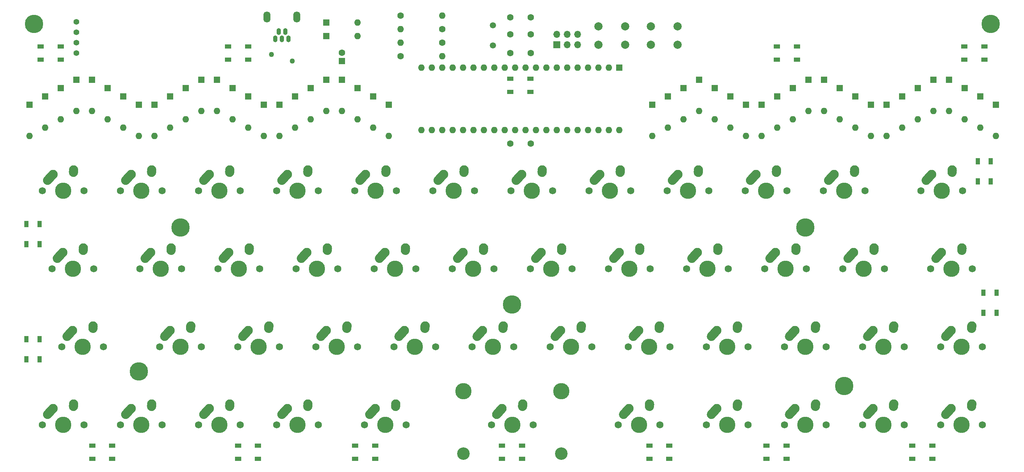
<source format=gbs>
%TF.GenerationSoftware,KiCad,Pcbnew,(5.1.10)-1*%
%TF.CreationDate,2021-08-29T21:53:34+02:00*%
%TF.ProjectId,giulia,6769756c-6961-42e6-9b69-6361645f7063,rev?*%
%TF.SameCoordinates,Original*%
%TF.FileFunction,Soldermask,Bot*%
%TF.FilePolarity,Negative*%
%FSLAX46Y46*%
G04 Gerber Fmt 4.6, Leading zero omitted, Abs format (unit mm)*
G04 Created by KiCad (PCBNEW (5.1.10)-1) date 2021-08-29 21:53:34*
%MOMM*%
%LPD*%
G01*
G04 APERTURE LIST*
%ADD10C,1.397000*%
%ADD11C,4.500000*%
%ADD12R,1.600000X1.600000*%
%ADD13O,1.600000X1.600000*%
%ADD14O,1.100000X1.650000*%
%ADD15O,1.700000X2.700000*%
%ADD16C,1.600000*%
%ADD17C,2.250000*%
%ADD18C,3.987800*%
%ADD19C,1.750000*%
%ADD20C,3.048000*%
%ADD21O,1.700000X1.700000*%
%ADD22R,1.700000X1.700000*%
%ADD23C,1.500000*%
%ADD24C,2.000000*%
%ADD25C,1.270000*%
%ADD26R,1.500000X1.000000*%
%ADD27R,1.000000X1.500000*%
G04 APERTURE END LIST*
D10*
%TO.C,OL1*%
X44450000Y-31496000D03*
X44450000Y-28956000D03*
X44450000Y-26416000D03*
X44450000Y-23876000D03*
%TD*%
D11*
%TO.C,M2\u002C5*%
X69850000Y-74041000D03*
%TD*%
%TO.C,M2\u002C5*%
X222250000Y-74041000D03*
%TD*%
%TO.C,M2\u002C5*%
X150749000Y-92837000D03*
%TD*%
%TO.C,M2\u002C5*%
X231775000Y-112776000D03*
%TD*%
%TO.C,M2\u002C5*%
X59690000Y-109220000D03*
%TD*%
%TO.C,M2\u002C5*%
X267462000Y-24384000D03*
%TD*%
%TO.C,M2\u002C5*%
X34163000Y-24384000D03*
%TD*%
D12*
%TO.C,D49*%
X105410000Y-24003000D03*
D13*
X113030000Y-24003000D03*
%TD*%
D12*
%TO.C,D48*%
X105410000Y-27305000D03*
D13*
X113030000Y-27305000D03*
%TD*%
D14*
%TO.C,J2*%
X94615000Y-27961000D03*
X96215000Y-27961000D03*
X93015000Y-27961000D03*
X95415000Y-26211000D03*
X93815000Y-26211000D03*
D15*
X98265000Y-22636000D03*
X90965000Y-22636000D03*
%TD*%
D16*
%TO.C,C3*%
X150295600Y-31496000D03*
X155295600Y-31496000D03*
%TD*%
%TO.C,MX11*%
G36*
G01*
X91323483Y-99809895D02*
X91322597Y-99809834D01*
G75*
G02*
X90277666Y-98610097I77403J1122334D01*
G01*
X90317666Y-98030097D01*
G75*
G02*
X91517403Y-96985166I1122334J-77403D01*
G01*
X91517403Y-96985166D01*
G75*
G02*
X92562334Y-98184903I-77403J-1122334D01*
G01*
X92522334Y-98764903D01*
G75*
G02*
X91322597Y-99809834I-1122334J77403D01*
G01*
G37*
D17*
X91440000Y-98107500D03*
G36*
G01*
X84338688Y-101484850D02*
X84338683Y-101484845D01*
G75*
G02*
X84252655Y-99896183I751317J837345D01*
G01*
X85562657Y-98436183D01*
G75*
G02*
X87151319Y-98350155I837345J-751317D01*
G01*
X87151319Y-98350155D01*
G75*
G02*
X87237347Y-99938817I-751317J-837345D01*
G01*
X85927345Y-101398817D01*
G75*
G02*
X84338683Y-101484845I-837345J751317D01*
G01*
G37*
D18*
X88900000Y-103187500D03*
D17*
X86400000Y-99187500D03*
D19*
X83820000Y-103187500D03*
X93980000Y-103187500D03*
%TD*%
%TO.C,MX8*%
G36*
G01*
X62748483Y-118859895D02*
X62747597Y-118859834D01*
G75*
G02*
X61702666Y-117660097I77403J1122334D01*
G01*
X61742666Y-117080097D01*
G75*
G02*
X62942403Y-116035166I1122334J-77403D01*
G01*
X62942403Y-116035166D01*
G75*
G02*
X63987334Y-117234903I-77403J-1122334D01*
G01*
X63947334Y-117814903D01*
G75*
G02*
X62747597Y-118859834I-1122334J77403D01*
G01*
G37*
D17*
X62865000Y-117157500D03*
G36*
G01*
X55763688Y-120534850D02*
X55763683Y-120534845D01*
G75*
G02*
X55677655Y-118946183I751317J837345D01*
G01*
X56987657Y-117486183D01*
G75*
G02*
X58576319Y-117400155I837345J-751317D01*
G01*
X58576319Y-117400155D01*
G75*
G02*
X58662347Y-118988817I-751317J-837345D01*
G01*
X57352345Y-120448817D01*
G75*
G02*
X55763683Y-120534845I-837345J751317D01*
G01*
G37*
D18*
X60325000Y-122237500D03*
D17*
X57825000Y-118237500D03*
D19*
X55245000Y-122237500D03*
X65405000Y-122237500D03*
%TD*%
%TO.C,MX5*%
G36*
G01*
X62748483Y-61709895D02*
X62747597Y-61709834D01*
G75*
G02*
X61702666Y-60510097I77403J1122334D01*
G01*
X61742666Y-59930097D01*
G75*
G02*
X62942403Y-58885166I1122334J-77403D01*
G01*
X62942403Y-58885166D01*
G75*
G02*
X63987334Y-60084903I-77403J-1122334D01*
G01*
X63947334Y-60664903D01*
G75*
G02*
X62747597Y-61709834I-1122334J77403D01*
G01*
G37*
D17*
X62865000Y-60007500D03*
G36*
G01*
X55763688Y-63384850D02*
X55763683Y-63384845D01*
G75*
G02*
X55677655Y-61796183I751317J837345D01*
G01*
X56987657Y-60336183D01*
G75*
G02*
X58576319Y-60250155I837345J-751317D01*
G01*
X58576319Y-60250155D01*
G75*
G02*
X58662347Y-61838817I-751317J-837345D01*
G01*
X57352345Y-63298817D01*
G75*
G02*
X55763683Y-63384845I-837345J751317D01*
G01*
G37*
D18*
X60325000Y-65087500D03*
D17*
X57825000Y-61087500D03*
D19*
X55245000Y-65087500D03*
X65405000Y-65087500D03*
%TD*%
%TO.C,MX6*%
G36*
G01*
X67510983Y-80759895D02*
X67510097Y-80759834D01*
G75*
G02*
X66465166Y-79560097I77403J1122334D01*
G01*
X66505166Y-78980097D01*
G75*
G02*
X67704903Y-77935166I1122334J-77403D01*
G01*
X67704903Y-77935166D01*
G75*
G02*
X68749834Y-79134903I-77403J-1122334D01*
G01*
X68709834Y-79714903D01*
G75*
G02*
X67510097Y-80759834I-1122334J77403D01*
G01*
G37*
D17*
X67627500Y-79057500D03*
G36*
G01*
X60526188Y-82434850D02*
X60526183Y-82434845D01*
G75*
G02*
X60440155Y-80846183I751317J837345D01*
G01*
X61750157Y-79386183D01*
G75*
G02*
X63338819Y-79300155I837345J-751317D01*
G01*
X63338819Y-79300155D01*
G75*
G02*
X63424847Y-80888817I-751317J-837345D01*
G01*
X62114845Y-82348817D01*
G75*
G02*
X60526183Y-82434845I-837345J751317D01*
G01*
G37*
D18*
X65087500Y-84137500D03*
D17*
X62587500Y-80137500D03*
D19*
X60007500Y-84137500D03*
X70167500Y-84137500D03*
%TD*%
%TO.C,MX3*%
G36*
G01*
X48460983Y-99809895D02*
X48460097Y-99809834D01*
G75*
G02*
X47415166Y-98610097I77403J1122334D01*
G01*
X47455166Y-98030097D01*
G75*
G02*
X48654903Y-96985166I1122334J-77403D01*
G01*
X48654903Y-96985166D01*
G75*
G02*
X49699834Y-98184903I-77403J-1122334D01*
G01*
X49659834Y-98764903D01*
G75*
G02*
X48460097Y-99809834I-1122334J77403D01*
G01*
G37*
D17*
X48577500Y-98107500D03*
G36*
G01*
X41476188Y-101484850D02*
X41476183Y-101484845D01*
G75*
G02*
X41390155Y-99896183I751317J837345D01*
G01*
X42700157Y-98436183D01*
G75*
G02*
X44288819Y-98350155I837345J-751317D01*
G01*
X44288819Y-98350155D01*
G75*
G02*
X44374847Y-99938817I-751317J-837345D01*
G01*
X43064845Y-101398817D01*
G75*
G02*
X41476183Y-101484845I-837345J751317D01*
G01*
G37*
D18*
X46037500Y-103187500D03*
D17*
X43537500Y-99187500D03*
D19*
X40957500Y-103187500D03*
X51117500Y-103187500D03*
%TD*%
%TO.C,MX10*%
G36*
G01*
X86560983Y-80759895D02*
X86560097Y-80759834D01*
G75*
G02*
X85515166Y-79560097I77403J1122334D01*
G01*
X85555166Y-78980097D01*
G75*
G02*
X86754903Y-77935166I1122334J-77403D01*
G01*
X86754903Y-77935166D01*
G75*
G02*
X87799834Y-79134903I-77403J-1122334D01*
G01*
X87759834Y-79714903D01*
G75*
G02*
X86560097Y-80759834I-1122334J77403D01*
G01*
G37*
D17*
X86677500Y-79057500D03*
G36*
G01*
X79576188Y-82434850D02*
X79576183Y-82434845D01*
G75*
G02*
X79490155Y-80846183I751317J837345D01*
G01*
X80800157Y-79386183D01*
G75*
G02*
X82388819Y-79300155I837345J-751317D01*
G01*
X82388819Y-79300155D01*
G75*
G02*
X82474847Y-80888817I-751317J-837345D01*
G01*
X81164845Y-82348817D01*
G75*
G02*
X79576183Y-82434845I-837345J751317D01*
G01*
G37*
D18*
X84137500Y-84137500D03*
D17*
X81637500Y-80137500D03*
D19*
X79057500Y-84137500D03*
X89217500Y-84137500D03*
%TD*%
%TO.C,MX2*%
G36*
G01*
X46079733Y-80759895D02*
X46078847Y-80759834D01*
G75*
G02*
X45033916Y-79560097I77403J1122334D01*
G01*
X45073916Y-78980097D01*
G75*
G02*
X46273653Y-77935166I1122334J-77403D01*
G01*
X46273653Y-77935166D01*
G75*
G02*
X47318584Y-79134903I-77403J-1122334D01*
G01*
X47278584Y-79714903D01*
G75*
G02*
X46078847Y-80759834I-1122334J77403D01*
G01*
G37*
D17*
X46196250Y-79057500D03*
G36*
G01*
X39094938Y-82434850D02*
X39094933Y-82434845D01*
G75*
G02*
X39008905Y-80846183I751317J837345D01*
G01*
X40318907Y-79386183D01*
G75*
G02*
X41907569Y-79300155I837345J-751317D01*
G01*
X41907569Y-79300155D01*
G75*
G02*
X41993597Y-80888817I-751317J-837345D01*
G01*
X40683595Y-82348817D01*
G75*
G02*
X39094933Y-82434845I-837345J751317D01*
G01*
G37*
D18*
X43656250Y-84137500D03*
D17*
X41156250Y-80137500D03*
D19*
X38576250Y-84137500D03*
X48736250Y-84137500D03*
%TD*%
%TO.C,MX4*%
G36*
G01*
X43698483Y-118859895D02*
X43697597Y-118859834D01*
G75*
G02*
X42652666Y-117660097I77403J1122334D01*
G01*
X42692666Y-117080097D01*
G75*
G02*
X43892403Y-116035166I1122334J-77403D01*
G01*
X43892403Y-116035166D01*
G75*
G02*
X44937334Y-117234903I-77403J-1122334D01*
G01*
X44897334Y-117814903D01*
G75*
G02*
X43697597Y-118859834I-1122334J77403D01*
G01*
G37*
D17*
X43815000Y-117157500D03*
G36*
G01*
X36713688Y-120534850D02*
X36713683Y-120534845D01*
G75*
G02*
X36627655Y-118946183I751317J837345D01*
G01*
X37937657Y-117486183D01*
G75*
G02*
X39526319Y-117400155I837345J-751317D01*
G01*
X39526319Y-117400155D01*
G75*
G02*
X39612347Y-118988817I-751317J-837345D01*
G01*
X38302345Y-120448817D01*
G75*
G02*
X36713683Y-120534845I-837345J751317D01*
G01*
G37*
D18*
X41275000Y-122237500D03*
D17*
X38775000Y-118237500D03*
D19*
X36195000Y-122237500D03*
X46355000Y-122237500D03*
%TD*%
%TO.C,MX9*%
G36*
G01*
X81798483Y-61709895D02*
X81797597Y-61709834D01*
G75*
G02*
X80752666Y-60510097I77403J1122334D01*
G01*
X80792666Y-59930097D01*
G75*
G02*
X81992403Y-58885166I1122334J-77403D01*
G01*
X81992403Y-58885166D01*
G75*
G02*
X83037334Y-60084903I-77403J-1122334D01*
G01*
X82997334Y-60664903D01*
G75*
G02*
X81797597Y-61709834I-1122334J77403D01*
G01*
G37*
D17*
X81915000Y-60007500D03*
G36*
G01*
X74813688Y-63384850D02*
X74813683Y-63384845D01*
G75*
G02*
X74727655Y-61796183I751317J837345D01*
G01*
X76037657Y-60336183D01*
G75*
G02*
X77626319Y-60250155I837345J-751317D01*
G01*
X77626319Y-60250155D01*
G75*
G02*
X77712347Y-61838817I-751317J-837345D01*
G01*
X76402345Y-63298817D01*
G75*
G02*
X74813683Y-63384845I-837345J751317D01*
G01*
G37*
D18*
X79375000Y-65087500D03*
D17*
X76875000Y-61087500D03*
D19*
X74295000Y-65087500D03*
X84455000Y-65087500D03*
%TD*%
%TO.C,MX1*%
G36*
G01*
X43698483Y-61709895D02*
X43697597Y-61709834D01*
G75*
G02*
X42652666Y-60510097I77403J1122334D01*
G01*
X42692666Y-59930097D01*
G75*
G02*
X43892403Y-58885166I1122334J-77403D01*
G01*
X43892403Y-58885166D01*
G75*
G02*
X44937334Y-60084903I-77403J-1122334D01*
G01*
X44897334Y-60664903D01*
G75*
G02*
X43697597Y-61709834I-1122334J77403D01*
G01*
G37*
D17*
X43815000Y-60007500D03*
G36*
G01*
X36713688Y-63384850D02*
X36713683Y-63384845D01*
G75*
G02*
X36627655Y-61796183I751317J837345D01*
G01*
X37937657Y-60336183D01*
G75*
G02*
X39526319Y-60250155I837345J-751317D01*
G01*
X39526319Y-60250155D01*
G75*
G02*
X39612347Y-61838817I-751317J-837345D01*
G01*
X38302345Y-63298817D01*
G75*
G02*
X36713683Y-63384845I-837345J751317D01*
G01*
G37*
D18*
X41275000Y-65087500D03*
D17*
X38775000Y-61087500D03*
D19*
X36195000Y-65087500D03*
X46355000Y-65087500D03*
%TD*%
%TO.C,MX7*%
G36*
G01*
X72273483Y-99809895D02*
X72272597Y-99809834D01*
G75*
G02*
X71227666Y-98610097I77403J1122334D01*
G01*
X71267666Y-98030097D01*
G75*
G02*
X72467403Y-96985166I1122334J-77403D01*
G01*
X72467403Y-96985166D01*
G75*
G02*
X73512334Y-98184903I-77403J-1122334D01*
G01*
X73472334Y-98764903D01*
G75*
G02*
X72272597Y-99809834I-1122334J77403D01*
G01*
G37*
D17*
X72390000Y-98107500D03*
G36*
G01*
X65288688Y-101484850D02*
X65288683Y-101484845D01*
G75*
G02*
X65202655Y-99896183I751317J837345D01*
G01*
X66512657Y-98436183D01*
G75*
G02*
X68101319Y-98350155I837345J-751317D01*
G01*
X68101319Y-98350155D01*
G75*
G02*
X68187347Y-99938817I-751317J-837345D01*
G01*
X66877345Y-101398817D01*
G75*
G02*
X65288683Y-101484845I-837345J751317D01*
G01*
G37*
D18*
X69850000Y-103187500D03*
D17*
X67350000Y-99187500D03*
D19*
X64770000Y-103187500D03*
X74930000Y-103187500D03*
%TD*%
%TO.C,MX12*%
G36*
G01*
X81798483Y-118859895D02*
X81797597Y-118859834D01*
G75*
G02*
X80752666Y-117660097I77403J1122334D01*
G01*
X80792666Y-117080097D01*
G75*
G02*
X81992403Y-116035166I1122334J-77403D01*
G01*
X81992403Y-116035166D01*
G75*
G02*
X83037334Y-117234903I-77403J-1122334D01*
G01*
X82997334Y-117814903D01*
G75*
G02*
X81797597Y-118859834I-1122334J77403D01*
G01*
G37*
D17*
X81915000Y-117157500D03*
G36*
G01*
X74813688Y-120534850D02*
X74813683Y-120534845D01*
G75*
G02*
X74727655Y-118946183I751317J837345D01*
G01*
X76037657Y-117486183D01*
G75*
G02*
X77626319Y-117400155I837345J-751317D01*
G01*
X77626319Y-117400155D01*
G75*
G02*
X77712347Y-118988817I-751317J-837345D01*
G01*
X76402345Y-120448817D01*
G75*
G02*
X74813683Y-120534845I-837345J751317D01*
G01*
G37*
D18*
X79375000Y-122237500D03*
D17*
X76875000Y-118237500D03*
D19*
X74295000Y-122237500D03*
X84455000Y-122237500D03*
%TD*%
%TO.C,MX14*%
G36*
G01*
X105610983Y-80759895D02*
X105610097Y-80759834D01*
G75*
G02*
X104565166Y-79560097I77403J1122334D01*
G01*
X104605166Y-78980097D01*
G75*
G02*
X105804903Y-77935166I1122334J-77403D01*
G01*
X105804903Y-77935166D01*
G75*
G02*
X106849834Y-79134903I-77403J-1122334D01*
G01*
X106809834Y-79714903D01*
G75*
G02*
X105610097Y-80759834I-1122334J77403D01*
G01*
G37*
D17*
X105727500Y-79057500D03*
G36*
G01*
X98626188Y-82434850D02*
X98626183Y-82434845D01*
G75*
G02*
X98540155Y-80846183I751317J837345D01*
G01*
X99850157Y-79386183D01*
G75*
G02*
X101438819Y-79300155I837345J-751317D01*
G01*
X101438819Y-79300155D01*
G75*
G02*
X101524847Y-80888817I-751317J-837345D01*
G01*
X100214845Y-82348817D01*
G75*
G02*
X98626183Y-82434845I-837345J751317D01*
G01*
G37*
D18*
X103187500Y-84137500D03*
D17*
X100687500Y-80137500D03*
D19*
X98107500Y-84137500D03*
X108267500Y-84137500D03*
%TD*%
%TO.C,MX13*%
G36*
G01*
X100848483Y-61709895D02*
X100847597Y-61709834D01*
G75*
G02*
X99802666Y-60510097I77403J1122334D01*
G01*
X99842666Y-59930097D01*
G75*
G02*
X101042403Y-58885166I1122334J-77403D01*
G01*
X101042403Y-58885166D01*
G75*
G02*
X102087334Y-60084903I-77403J-1122334D01*
G01*
X102047334Y-60664903D01*
G75*
G02*
X100847597Y-61709834I-1122334J77403D01*
G01*
G37*
D17*
X100965000Y-60007500D03*
G36*
G01*
X93863688Y-63384850D02*
X93863683Y-63384845D01*
G75*
G02*
X93777655Y-61796183I751317J837345D01*
G01*
X95087657Y-60336183D01*
G75*
G02*
X96676319Y-60250155I837345J-751317D01*
G01*
X96676319Y-60250155D01*
G75*
G02*
X96762347Y-61838817I-751317J-837345D01*
G01*
X95452345Y-63298817D01*
G75*
G02*
X93863683Y-63384845I-837345J751317D01*
G01*
G37*
D18*
X98425000Y-65087500D03*
D17*
X95925000Y-61087500D03*
D19*
X93345000Y-65087500D03*
X103505000Y-65087500D03*
%TD*%
%TO.C,MX33*%
G36*
G01*
X200860983Y-80759895D02*
X200860097Y-80759834D01*
G75*
G02*
X199815166Y-79560097I77403J1122334D01*
G01*
X199855166Y-78980097D01*
G75*
G02*
X201054903Y-77935166I1122334J-77403D01*
G01*
X201054903Y-77935166D01*
G75*
G02*
X202099834Y-79134903I-77403J-1122334D01*
G01*
X202059834Y-79714903D01*
G75*
G02*
X200860097Y-80759834I-1122334J77403D01*
G01*
G37*
D17*
X200977500Y-79057500D03*
G36*
G01*
X193876188Y-82434850D02*
X193876183Y-82434845D01*
G75*
G02*
X193790155Y-80846183I751317J837345D01*
G01*
X195100157Y-79386183D01*
G75*
G02*
X196688819Y-79300155I837345J-751317D01*
G01*
X196688819Y-79300155D01*
G75*
G02*
X196774847Y-80888817I-751317J-837345D01*
G01*
X195464845Y-82348817D01*
G75*
G02*
X193876183Y-82434845I-837345J751317D01*
G01*
G37*
D18*
X198437500Y-84137500D03*
D17*
X195937500Y-80137500D03*
D19*
X193357500Y-84137500D03*
X203517500Y-84137500D03*
%TD*%
%TO.C,MX46*%
G36*
G01*
X262773483Y-99809895D02*
X262772597Y-99809834D01*
G75*
G02*
X261727666Y-98610097I77403J1122334D01*
G01*
X261767666Y-98030097D01*
G75*
G02*
X262967403Y-96985166I1122334J-77403D01*
G01*
X262967403Y-96985166D01*
G75*
G02*
X264012334Y-98184903I-77403J-1122334D01*
G01*
X263972334Y-98764903D01*
G75*
G02*
X262772597Y-99809834I-1122334J77403D01*
G01*
G37*
D17*
X262890000Y-98107500D03*
G36*
G01*
X255788688Y-101484850D02*
X255788683Y-101484845D01*
G75*
G02*
X255702655Y-99896183I751317J837345D01*
G01*
X257012657Y-98436183D01*
G75*
G02*
X258601319Y-98350155I837345J-751317D01*
G01*
X258601319Y-98350155D01*
G75*
G02*
X258687347Y-99938817I-751317J-837345D01*
G01*
X257377345Y-101398817D01*
G75*
G02*
X255788683Y-101484845I-837345J751317D01*
G01*
G37*
D18*
X260350000Y-103187500D03*
D17*
X257850000Y-99187500D03*
D19*
X255270000Y-103187500D03*
X265430000Y-103187500D03*
%TD*%
%TO.C,MX44*%
G36*
G01*
X258010983Y-61709895D02*
X258010097Y-61709834D01*
G75*
G02*
X256965166Y-60510097I77403J1122334D01*
G01*
X257005166Y-59930097D01*
G75*
G02*
X258204903Y-58885166I1122334J-77403D01*
G01*
X258204903Y-58885166D01*
G75*
G02*
X259249834Y-60084903I-77403J-1122334D01*
G01*
X259209834Y-60664903D01*
G75*
G02*
X258010097Y-61709834I-1122334J77403D01*
G01*
G37*
D17*
X258127500Y-60007500D03*
G36*
G01*
X251026188Y-63384850D02*
X251026183Y-63384845D01*
G75*
G02*
X250940155Y-61796183I751317J837345D01*
G01*
X252250157Y-60336183D01*
G75*
G02*
X253838819Y-60250155I837345J-751317D01*
G01*
X253838819Y-60250155D01*
G75*
G02*
X253924847Y-61838817I-751317J-837345D01*
G01*
X252614845Y-63298817D01*
G75*
G02*
X251026183Y-63384845I-837345J751317D01*
G01*
G37*
D18*
X255587500Y-65087500D03*
D17*
X253087500Y-61087500D03*
D19*
X250507500Y-65087500D03*
X260667500Y-65087500D03*
%TD*%
%TO.C,MX42*%
G36*
G01*
X243723483Y-99809895D02*
X243722597Y-99809834D01*
G75*
G02*
X242677666Y-98610097I77403J1122334D01*
G01*
X242717666Y-98030097D01*
G75*
G02*
X243917403Y-96985166I1122334J-77403D01*
G01*
X243917403Y-96985166D01*
G75*
G02*
X244962334Y-98184903I-77403J-1122334D01*
G01*
X244922334Y-98764903D01*
G75*
G02*
X243722597Y-99809834I-1122334J77403D01*
G01*
G37*
D17*
X243840000Y-98107500D03*
G36*
G01*
X236738688Y-101484850D02*
X236738683Y-101484845D01*
G75*
G02*
X236652655Y-99896183I751317J837345D01*
G01*
X237962657Y-98436183D01*
G75*
G02*
X239551319Y-98350155I837345J-751317D01*
G01*
X239551319Y-98350155D01*
G75*
G02*
X239637347Y-99938817I-751317J-837345D01*
G01*
X238327345Y-101398817D01*
G75*
G02*
X236738683Y-101484845I-837345J751317D01*
G01*
G37*
D18*
X241300000Y-103187500D03*
D17*
X238800000Y-99187500D03*
D19*
X236220000Y-103187500D03*
X246380000Y-103187500D03*
%TD*%
%TO.C,MX41*%
G36*
G01*
X238960983Y-80759895D02*
X238960097Y-80759834D01*
G75*
G02*
X237915166Y-79560097I77403J1122334D01*
G01*
X237955166Y-78980097D01*
G75*
G02*
X239154903Y-77935166I1122334J-77403D01*
G01*
X239154903Y-77935166D01*
G75*
G02*
X240199834Y-79134903I-77403J-1122334D01*
G01*
X240159834Y-79714903D01*
G75*
G02*
X238960097Y-80759834I-1122334J77403D01*
G01*
G37*
D17*
X239077500Y-79057500D03*
G36*
G01*
X231976188Y-82434850D02*
X231976183Y-82434845D01*
G75*
G02*
X231890155Y-80846183I751317J837345D01*
G01*
X233200157Y-79386183D01*
G75*
G02*
X234788819Y-79300155I837345J-751317D01*
G01*
X234788819Y-79300155D01*
G75*
G02*
X234874847Y-80888817I-751317J-837345D01*
G01*
X233564845Y-82348817D01*
G75*
G02*
X231976183Y-82434845I-837345J751317D01*
G01*
G37*
D18*
X236537500Y-84137500D03*
D17*
X234037500Y-80137500D03*
D19*
X231457500Y-84137500D03*
X241617500Y-84137500D03*
%TD*%
%TO.C,MX45*%
G36*
G01*
X260392233Y-80759895D02*
X260391347Y-80759834D01*
G75*
G02*
X259346416Y-79560097I77403J1122334D01*
G01*
X259386416Y-78980097D01*
G75*
G02*
X260586153Y-77935166I1122334J-77403D01*
G01*
X260586153Y-77935166D01*
G75*
G02*
X261631084Y-79134903I-77403J-1122334D01*
G01*
X261591084Y-79714903D01*
G75*
G02*
X260391347Y-80759834I-1122334J77403D01*
G01*
G37*
D17*
X260508750Y-79057500D03*
G36*
G01*
X253407438Y-82434850D02*
X253407433Y-82434845D01*
G75*
G02*
X253321405Y-80846183I751317J837345D01*
G01*
X254631407Y-79386183D01*
G75*
G02*
X256220069Y-79300155I837345J-751317D01*
G01*
X256220069Y-79300155D01*
G75*
G02*
X256306097Y-80888817I-751317J-837345D01*
G01*
X254996095Y-82348817D01*
G75*
G02*
X253407433Y-82434845I-837345J751317D01*
G01*
G37*
D18*
X257968750Y-84137500D03*
D17*
X255468750Y-80137500D03*
D19*
X252888750Y-84137500D03*
X263048750Y-84137500D03*
%TD*%
%TO.C,MX39*%
G36*
G01*
X224673483Y-118859895D02*
X224672597Y-118859834D01*
G75*
G02*
X223627666Y-117660097I77403J1122334D01*
G01*
X223667666Y-117080097D01*
G75*
G02*
X224867403Y-116035166I1122334J-77403D01*
G01*
X224867403Y-116035166D01*
G75*
G02*
X225912334Y-117234903I-77403J-1122334D01*
G01*
X225872334Y-117814903D01*
G75*
G02*
X224672597Y-118859834I-1122334J77403D01*
G01*
G37*
D17*
X224790000Y-117157500D03*
G36*
G01*
X217688688Y-120534850D02*
X217688683Y-120534845D01*
G75*
G02*
X217602655Y-118946183I751317J837345D01*
G01*
X218912657Y-117486183D01*
G75*
G02*
X220501319Y-117400155I837345J-751317D01*
G01*
X220501319Y-117400155D01*
G75*
G02*
X220587347Y-118988817I-751317J-837345D01*
G01*
X219277345Y-120448817D01*
G75*
G02*
X217688683Y-120534845I-837345J751317D01*
G01*
G37*
D18*
X222250000Y-122237500D03*
D17*
X219750000Y-118237500D03*
D19*
X217170000Y-122237500D03*
X227330000Y-122237500D03*
%TD*%
%TO.C,MX43*%
G36*
G01*
X243723483Y-118859895D02*
X243722597Y-118859834D01*
G75*
G02*
X242677666Y-117660097I77403J1122334D01*
G01*
X242717666Y-117080097D01*
G75*
G02*
X243917403Y-116035166I1122334J-77403D01*
G01*
X243917403Y-116035166D01*
G75*
G02*
X244962334Y-117234903I-77403J-1122334D01*
G01*
X244922334Y-117814903D01*
G75*
G02*
X243722597Y-118859834I-1122334J77403D01*
G01*
G37*
D17*
X243840000Y-117157500D03*
G36*
G01*
X236738688Y-120534850D02*
X236738683Y-120534845D01*
G75*
G02*
X236652655Y-118946183I751317J837345D01*
G01*
X237962657Y-117486183D01*
G75*
G02*
X239551319Y-117400155I837345J-751317D01*
G01*
X239551319Y-117400155D01*
G75*
G02*
X239637347Y-118988817I-751317J-837345D01*
G01*
X238327345Y-120448817D01*
G75*
G02*
X236738683Y-120534845I-837345J751317D01*
G01*
G37*
D18*
X241300000Y-122237500D03*
D17*
X238800000Y-118237500D03*
D19*
X236220000Y-122237500D03*
X246380000Y-122237500D03*
%TD*%
%TO.C,MX38*%
G36*
G01*
X224673483Y-99809895D02*
X224672597Y-99809834D01*
G75*
G02*
X223627666Y-98610097I77403J1122334D01*
G01*
X223667666Y-98030097D01*
G75*
G02*
X224867403Y-96985166I1122334J-77403D01*
G01*
X224867403Y-96985166D01*
G75*
G02*
X225912334Y-98184903I-77403J-1122334D01*
G01*
X225872334Y-98764903D01*
G75*
G02*
X224672597Y-99809834I-1122334J77403D01*
G01*
G37*
D17*
X224790000Y-98107500D03*
G36*
G01*
X217688688Y-101484850D02*
X217688683Y-101484845D01*
G75*
G02*
X217602655Y-99896183I751317J837345D01*
G01*
X218912657Y-98436183D01*
G75*
G02*
X220501319Y-98350155I837345J-751317D01*
G01*
X220501319Y-98350155D01*
G75*
G02*
X220587347Y-99938817I-751317J-837345D01*
G01*
X219277345Y-101398817D01*
G75*
G02*
X217688683Y-101484845I-837345J751317D01*
G01*
G37*
D18*
X222250000Y-103187500D03*
D17*
X219750000Y-99187500D03*
D19*
X217170000Y-103187500D03*
X227330000Y-103187500D03*
%TD*%
%TO.C,MX37*%
G36*
G01*
X219910983Y-80759895D02*
X219910097Y-80759834D01*
G75*
G02*
X218865166Y-79560097I77403J1122334D01*
G01*
X218905166Y-78980097D01*
G75*
G02*
X220104903Y-77935166I1122334J-77403D01*
G01*
X220104903Y-77935166D01*
G75*
G02*
X221149834Y-79134903I-77403J-1122334D01*
G01*
X221109834Y-79714903D01*
G75*
G02*
X219910097Y-80759834I-1122334J77403D01*
G01*
G37*
D17*
X220027500Y-79057500D03*
G36*
G01*
X212926188Y-82434850D02*
X212926183Y-82434845D01*
G75*
G02*
X212840155Y-80846183I751317J837345D01*
G01*
X214150157Y-79386183D01*
G75*
G02*
X215738819Y-79300155I837345J-751317D01*
G01*
X215738819Y-79300155D01*
G75*
G02*
X215824847Y-80888817I-751317J-837345D01*
G01*
X214514845Y-82348817D01*
G75*
G02*
X212926183Y-82434845I-837345J751317D01*
G01*
G37*
D18*
X217487500Y-84137500D03*
D17*
X214987500Y-80137500D03*
D19*
X212407500Y-84137500D03*
X222567500Y-84137500D03*
%TD*%
%TO.C,MX35*%
G36*
G01*
X205623483Y-118859895D02*
X205622597Y-118859834D01*
G75*
G02*
X204577666Y-117660097I77403J1122334D01*
G01*
X204617666Y-117080097D01*
G75*
G02*
X205817403Y-116035166I1122334J-77403D01*
G01*
X205817403Y-116035166D01*
G75*
G02*
X206862334Y-117234903I-77403J-1122334D01*
G01*
X206822334Y-117814903D01*
G75*
G02*
X205622597Y-118859834I-1122334J77403D01*
G01*
G37*
D17*
X205740000Y-117157500D03*
G36*
G01*
X198638688Y-120534850D02*
X198638683Y-120534845D01*
G75*
G02*
X198552655Y-118946183I751317J837345D01*
G01*
X199862657Y-117486183D01*
G75*
G02*
X201451319Y-117400155I837345J-751317D01*
G01*
X201451319Y-117400155D01*
G75*
G02*
X201537347Y-118988817I-751317J-837345D01*
G01*
X200227345Y-120448817D01*
G75*
G02*
X198638683Y-120534845I-837345J751317D01*
G01*
G37*
D18*
X203200000Y-122237500D03*
D17*
X200700000Y-118237500D03*
D19*
X198120000Y-122237500D03*
X208280000Y-122237500D03*
%TD*%
%TO.C,MX40*%
G36*
G01*
X234198483Y-61709895D02*
X234197597Y-61709834D01*
G75*
G02*
X233152666Y-60510097I77403J1122334D01*
G01*
X233192666Y-59930097D01*
G75*
G02*
X234392403Y-58885166I1122334J-77403D01*
G01*
X234392403Y-58885166D01*
G75*
G02*
X235437334Y-60084903I-77403J-1122334D01*
G01*
X235397334Y-60664903D01*
G75*
G02*
X234197597Y-61709834I-1122334J77403D01*
G01*
G37*
D17*
X234315000Y-60007500D03*
G36*
G01*
X227213688Y-63384850D02*
X227213683Y-63384845D01*
G75*
G02*
X227127655Y-61796183I751317J837345D01*
G01*
X228437657Y-60336183D01*
G75*
G02*
X230026319Y-60250155I837345J-751317D01*
G01*
X230026319Y-60250155D01*
G75*
G02*
X230112347Y-61838817I-751317J-837345D01*
G01*
X228802345Y-63298817D01*
G75*
G02*
X227213683Y-63384845I-837345J751317D01*
G01*
G37*
D18*
X231775000Y-65087500D03*
D17*
X229275000Y-61087500D03*
D19*
X226695000Y-65087500D03*
X236855000Y-65087500D03*
%TD*%
%TO.C,MX47*%
G36*
G01*
X262773483Y-118859895D02*
X262772597Y-118859834D01*
G75*
G02*
X261727666Y-117660097I77403J1122334D01*
G01*
X261767666Y-117080097D01*
G75*
G02*
X262967403Y-116035166I1122334J-77403D01*
G01*
X262967403Y-116035166D01*
G75*
G02*
X264012334Y-117234903I-77403J-1122334D01*
G01*
X263972334Y-117814903D01*
G75*
G02*
X262772597Y-118859834I-1122334J77403D01*
G01*
G37*
D17*
X262890000Y-117157500D03*
G36*
G01*
X255788688Y-120534850D02*
X255788683Y-120534845D01*
G75*
G02*
X255702655Y-118946183I751317J837345D01*
G01*
X257012657Y-117486183D01*
G75*
G02*
X258601319Y-117400155I837345J-751317D01*
G01*
X258601319Y-117400155D01*
G75*
G02*
X258687347Y-118988817I-751317J-837345D01*
G01*
X257377345Y-120448817D01*
G75*
G02*
X255788683Y-120534845I-837345J751317D01*
G01*
G37*
D18*
X260350000Y-122237500D03*
D17*
X257850000Y-118237500D03*
D19*
X255270000Y-122237500D03*
X265430000Y-122237500D03*
%TD*%
%TO.C,MX34*%
G36*
G01*
X205623483Y-99809895D02*
X205622597Y-99809834D01*
G75*
G02*
X204577666Y-98610097I77403J1122334D01*
G01*
X204617666Y-98030097D01*
G75*
G02*
X205817403Y-96985166I1122334J-77403D01*
G01*
X205817403Y-96985166D01*
G75*
G02*
X206862334Y-98184903I-77403J-1122334D01*
G01*
X206822334Y-98764903D01*
G75*
G02*
X205622597Y-99809834I-1122334J77403D01*
G01*
G37*
D17*
X205740000Y-98107500D03*
G36*
G01*
X198638688Y-101484850D02*
X198638683Y-101484845D01*
G75*
G02*
X198552655Y-99896183I751317J837345D01*
G01*
X199862657Y-98436183D01*
G75*
G02*
X201451319Y-98350155I837345J-751317D01*
G01*
X201451319Y-98350155D01*
G75*
G02*
X201537347Y-99938817I-751317J-837345D01*
G01*
X200227345Y-101398817D01*
G75*
G02*
X198638683Y-101484845I-837345J751317D01*
G01*
G37*
D18*
X203200000Y-103187500D03*
D17*
X200700000Y-99187500D03*
D19*
X198120000Y-103187500D03*
X208280000Y-103187500D03*
%TD*%
%TO.C,MX36*%
G36*
G01*
X215148483Y-61709895D02*
X215147597Y-61709834D01*
G75*
G02*
X214102666Y-60510097I77403J1122334D01*
G01*
X214142666Y-59930097D01*
G75*
G02*
X215342403Y-58885166I1122334J-77403D01*
G01*
X215342403Y-58885166D01*
G75*
G02*
X216387334Y-60084903I-77403J-1122334D01*
G01*
X216347334Y-60664903D01*
G75*
G02*
X215147597Y-61709834I-1122334J77403D01*
G01*
G37*
D17*
X215265000Y-60007500D03*
G36*
G01*
X208163688Y-63384850D02*
X208163683Y-63384845D01*
G75*
G02*
X208077655Y-61796183I751317J837345D01*
G01*
X209387657Y-60336183D01*
G75*
G02*
X210976319Y-60250155I837345J-751317D01*
G01*
X210976319Y-60250155D01*
G75*
G02*
X211062347Y-61838817I-751317J-837345D01*
G01*
X209752345Y-63298817D01*
G75*
G02*
X208163683Y-63384845I-837345J751317D01*
G01*
G37*
D18*
X212725000Y-65087500D03*
D17*
X210225000Y-61087500D03*
D19*
X207645000Y-65087500D03*
X217805000Y-65087500D03*
%TD*%
%TO.C,MX23*%
G36*
G01*
X148473483Y-99809895D02*
X148472597Y-99809834D01*
G75*
G02*
X147427666Y-98610097I77403J1122334D01*
G01*
X147467666Y-98030097D01*
G75*
G02*
X148667403Y-96985166I1122334J-77403D01*
G01*
X148667403Y-96985166D01*
G75*
G02*
X149712334Y-98184903I-77403J-1122334D01*
G01*
X149672334Y-98764903D01*
G75*
G02*
X148472597Y-99809834I-1122334J77403D01*
G01*
G37*
D17*
X148590000Y-98107500D03*
G36*
G01*
X141488688Y-101484850D02*
X141488683Y-101484845D01*
G75*
G02*
X141402655Y-99896183I751317J837345D01*
G01*
X142712657Y-98436183D01*
G75*
G02*
X144301319Y-98350155I837345J-751317D01*
G01*
X144301319Y-98350155D01*
G75*
G02*
X144387347Y-99938817I-751317J-837345D01*
G01*
X143077345Y-101398817D01*
G75*
G02*
X141488683Y-101484845I-837345J751317D01*
G01*
G37*
D18*
X146050000Y-103187500D03*
D17*
X143550000Y-99187500D03*
D19*
X140970000Y-103187500D03*
X151130000Y-103187500D03*
%TD*%
%TO.C,MX17*%
G36*
G01*
X119898483Y-61709895D02*
X119897597Y-61709834D01*
G75*
G02*
X118852666Y-60510097I77403J1122334D01*
G01*
X118892666Y-59930097D01*
G75*
G02*
X120092403Y-58885166I1122334J-77403D01*
G01*
X120092403Y-58885166D01*
G75*
G02*
X121137334Y-60084903I-77403J-1122334D01*
G01*
X121097334Y-60664903D01*
G75*
G02*
X119897597Y-61709834I-1122334J77403D01*
G01*
G37*
D17*
X120015000Y-60007500D03*
G36*
G01*
X112913688Y-63384850D02*
X112913683Y-63384845D01*
G75*
G02*
X112827655Y-61796183I751317J837345D01*
G01*
X114137657Y-60336183D01*
G75*
G02*
X115726319Y-60250155I837345J-751317D01*
G01*
X115726319Y-60250155D01*
G75*
G02*
X115812347Y-61838817I-751317J-837345D01*
G01*
X114502345Y-63298817D01*
G75*
G02*
X112913683Y-63384845I-837345J751317D01*
G01*
G37*
D18*
X117475000Y-65087500D03*
D17*
X114975000Y-61087500D03*
D19*
X112395000Y-65087500D03*
X122555000Y-65087500D03*
%TD*%
%TO.C,MX27*%
G36*
G01*
X167523483Y-99809895D02*
X167522597Y-99809834D01*
G75*
G02*
X166477666Y-98610097I77403J1122334D01*
G01*
X166517666Y-98030097D01*
G75*
G02*
X167717403Y-96985166I1122334J-77403D01*
G01*
X167717403Y-96985166D01*
G75*
G02*
X168762334Y-98184903I-77403J-1122334D01*
G01*
X168722334Y-98764903D01*
G75*
G02*
X167522597Y-99809834I-1122334J77403D01*
G01*
G37*
D17*
X167640000Y-98107500D03*
G36*
G01*
X160538688Y-101484850D02*
X160538683Y-101484845D01*
G75*
G02*
X160452655Y-99896183I751317J837345D01*
G01*
X161762657Y-98436183D01*
G75*
G02*
X163351319Y-98350155I837345J-751317D01*
G01*
X163351319Y-98350155D01*
G75*
G02*
X163437347Y-99938817I-751317J-837345D01*
G01*
X162127345Y-101398817D01*
G75*
G02*
X160538683Y-101484845I-837345J751317D01*
G01*
G37*
D18*
X165100000Y-103187500D03*
D17*
X162600000Y-99187500D03*
D19*
X160020000Y-103187500D03*
X170180000Y-103187500D03*
%TD*%
%TO.C,MX31*%
G36*
G01*
X184192233Y-118859895D02*
X184191347Y-118859834D01*
G75*
G02*
X183146416Y-117660097I77403J1122334D01*
G01*
X183186416Y-117080097D01*
G75*
G02*
X184386153Y-116035166I1122334J-77403D01*
G01*
X184386153Y-116035166D01*
G75*
G02*
X185431084Y-117234903I-77403J-1122334D01*
G01*
X185391084Y-117814903D01*
G75*
G02*
X184191347Y-118859834I-1122334J77403D01*
G01*
G37*
D17*
X184308750Y-117157500D03*
G36*
G01*
X177207438Y-120534850D02*
X177207433Y-120534845D01*
G75*
G02*
X177121405Y-118946183I751317J837345D01*
G01*
X178431407Y-117486183D01*
G75*
G02*
X180020069Y-117400155I837345J-751317D01*
G01*
X180020069Y-117400155D01*
G75*
G02*
X180106097Y-118988817I-751317J-837345D01*
G01*
X178796095Y-120448817D01*
G75*
G02*
X177207433Y-120534845I-837345J751317D01*
G01*
G37*
D18*
X181768750Y-122237500D03*
D17*
X179268750Y-118237500D03*
D19*
X176688750Y-122237500D03*
X186848750Y-122237500D03*
%TD*%
%TO.C,MX22*%
G36*
G01*
X143710983Y-80759895D02*
X143710097Y-80759834D01*
G75*
G02*
X142665166Y-79560097I77403J1122334D01*
G01*
X142705166Y-78980097D01*
G75*
G02*
X143904903Y-77935166I1122334J-77403D01*
G01*
X143904903Y-77935166D01*
G75*
G02*
X144949834Y-79134903I-77403J-1122334D01*
G01*
X144909834Y-79714903D01*
G75*
G02*
X143710097Y-80759834I-1122334J77403D01*
G01*
G37*
D17*
X143827500Y-79057500D03*
G36*
G01*
X136726188Y-82434850D02*
X136726183Y-82434845D01*
G75*
G02*
X136640155Y-80846183I751317J837345D01*
G01*
X137950157Y-79386183D01*
G75*
G02*
X139538819Y-79300155I837345J-751317D01*
G01*
X139538819Y-79300155D01*
G75*
G02*
X139624847Y-80888817I-751317J-837345D01*
G01*
X138314845Y-82348817D01*
G75*
G02*
X136726183Y-82434845I-837345J751317D01*
G01*
G37*
D18*
X141287500Y-84137500D03*
D17*
X138787500Y-80137500D03*
D19*
X136207500Y-84137500D03*
X146367500Y-84137500D03*
%TD*%
%TO.C,MX25*%
G36*
G01*
X157998483Y-61709895D02*
X157997597Y-61709834D01*
G75*
G02*
X156952666Y-60510097I77403J1122334D01*
G01*
X156992666Y-59930097D01*
G75*
G02*
X158192403Y-58885166I1122334J-77403D01*
G01*
X158192403Y-58885166D01*
G75*
G02*
X159237334Y-60084903I-77403J-1122334D01*
G01*
X159197334Y-60664903D01*
G75*
G02*
X157997597Y-61709834I-1122334J77403D01*
G01*
G37*
D17*
X158115000Y-60007500D03*
G36*
G01*
X151013688Y-63384850D02*
X151013683Y-63384845D01*
G75*
G02*
X150927655Y-61796183I751317J837345D01*
G01*
X152237657Y-60336183D01*
G75*
G02*
X153826319Y-60250155I837345J-751317D01*
G01*
X153826319Y-60250155D01*
G75*
G02*
X153912347Y-61838817I-751317J-837345D01*
G01*
X152602345Y-63298817D01*
G75*
G02*
X151013683Y-63384845I-837345J751317D01*
G01*
G37*
D18*
X155575000Y-65087500D03*
D17*
X153075000Y-61087500D03*
D19*
X150495000Y-65087500D03*
X160655000Y-65087500D03*
%TD*%
%TO.C,MX32*%
G36*
G01*
X196098483Y-61709895D02*
X196097597Y-61709834D01*
G75*
G02*
X195052666Y-60510097I77403J1122334D01*
G01*
X195092666Y-59930097D01*
G75*
G02*
X196292403Y-58885166I1122334J-77403D01*
G01*
X196292403Y-58885166D01*
G75*
G02*
X197337334Y-60084903I-77403J-1122334D01*
G01*
X197297334Y-60664903D01*
G75*
G02*
X196097597Y-61709834I-1122334J77403D01*
G01*
G37*
D17*
X196215000Y-60007500D03*
G36*
G01*
X189113688Y-63384850D02*
X189113683Y-63384845D01*
G75*
G02*
X189027655Y-61796183I751317J837345D01*
G01*
X190337657Y-60336183D01*
G75*
G02*
X191926319Y-60250155I837345J-751317D01*
G01*
X191926319Y-60250155D01*
G75*
G02*
X192012347Y-61838817I-751317J-837345D01*
G01*
X190702345Y-63298817D01*
G75*
G02*
X189113683Y-63384845I-837345J751317D01*
G01*
G37*
D18*
X193675000Y-65087500D03*
D17*
X191175000Y-61087500D03*
D19*
X188595000Y-65087500D03*
X198755000Y-65087500D03*
%TD*%
%TO.C,MX18*%
G36*
G01*
X124660983Y-80759895D02*
X124660097Y-80759834D01*
G75*
G02*
X123615166Y-79560097I77403J1122334D01*
G01*
X123655166Y-78980097D01*
G75*
G02*
X124854903Y-77935166I1122334J-77403D01*
G01*
X124854903Y-77935166D01*
G75*
G02*
X125899834Y-79134903I-77403J-1122334D01*
G01*
X125859834Y-79714903D01*
G75*
G02*
X124660097Y-80759834I-1122334J77403D01*
G01*
G37*
D17*
X124777500Y-79057500D03*
G36*
G01*
X117676188Y-82434850D02*
X117676183Y-82434845D01*
G75*
G02*
X117590155Y-80846183I751317J837345D01*
G01*
X118900157Y-79386183D01*
G75*
G02*
X120488819Y-79300155I837345J-751317D01*
G01*
X120488819Y-79300155D01*
G75*
G02*
X120574847Y-80888817I-751317J-837345D01*
G01*
X119264845Y-82348817D01*
G75*
G02*
X117676183Y-82434845I-837345J751317D01*
G01*
G37*
D18*
X122237500Y-84137500D03*
D17*
X119737500Y-80137500D03*
D19*
X117157500Y-84137500D03*
X127317500Y-84137500D03*
%TD*%
%TO.C,MX16*%
G36*
G01*
X100848483Y-118859895D02*
X100847597Y-118859834D01*
G75*
G02*
X99802666Y-117660097I77403J1122334D01*
G01*
X99842666Y-117080097D01*
G75*
G02*
X101042403Y-116035166I1122334J-77403D01*
G01*
X101042403Y-116035166D01*
G75*
G02*
X102087334Y-117234903I-77403J-1122334D01*
G01*
X102047334Y-117814903D01*
G75*
G02*
X100847597Y-118859834I-1122334J77403D01*
G01*
G37*
D17*
X100965000Y-117157500D03*
G36*
G01*
X93863688Y-120534850D02*
X93863683Y-120534845D01*
G75*
G02*
X93777655Y-118946183I751317J837345D01*
G01*
X95087657Y-117486183D01*
G75*
G02*
X96676319Y-117400155I837345J-751317D01*
G01*
X96676319Y-117400155D01*
G75*
G02*
X96762347Y-118988817I-751317J-837345D01*
G01*
X95452345Y-120448817D01*
G75*
G02*
X93863683Y-120534845I-837345J751317D01*
G01*
G37*
D18*
X98425000Y-122237500D03*
D17*
X95925000Y-118237500D03*
D19*
X93345000Y-122237500D03*
X103505000Y-122237500D03*
%TD*%
%TO.C,MX21*%
G36*
G01*
X138948483Y-61709895D02*
X138947597Y-61709834D01*
G75*
G02*
X137902666Y-60510097I77403J1122334D01*
G01*
X137942666Y-59930097D01*
G75*
G02*
X139142403Y-58885166I1122334J-77403D01*
G01*
X139142403Y-58885166D01*
G75*
G02*
X140187334Y-60084903I-77403J-1122334D01*
G01*
X140147334Y-60664903D01*
G75*
G02*
X138947597Y-61709834I-1122334J77403D01*
G01*
G37*
D17*
X139065000Y-60007500D03*
G36*
G01*
X131963688Y-63384850D02*
X131963683Y-63384845D01*
G75*
G02*
X131877655Y-61796183I751317J837345D01*
G01*
X133187657Y-60336183D01*
G75*
G02*
X134776319Y-60250155I837345J-751317D01*
G01*
X134776319Y-60250155D01*
G75*
G02*
X134862347Y-61838817I-751317J-837345D01*
G01*
X133552345Y-63298817D01*
G75*
G02*
X131963683Y-63384845I-837345J751317D01*
G01*
G37*
D18*
X136525000Y-65087500D03*
D17*
X134025000Y-61087500D03*
D19*
X131445000Y-65087500D03*
X141605000Y-65087500D03*
%TD*%
%TO.C,MX24*%
G36*
G01*
X153235983Y-118859895D02*
X153235097Y-118859834D01*
G75*
G02*
X152190166Y-117660097I77403J1122334D01*
G01*
X152230166Y-117080097D01*
G75*
G02*
X153429903Y-116035166I1122334J-77403D01*
G01*
X153429903Y-116035166D01*
G75*
G02*
X154474834Y-117234903I-77403J-1122334D01*
G01*
X154434834Y-117814903D01*
G75*
G02*
X153235097Y-118859834I-1122334J77403D01*
G01*
G37*
D17*
X153352500Y-117157500D03*
G36*
G01*
X146251188Y-120534850D02*
X146251183Y-120534845D01*
G75*
G02*
X146165155Y-118946183I751317J837345D01*
G01*
X147475157Y-117486183D01*
G75*
G02*
X149063819Y-117400155I837345J-751317D01*
G01*
X149063819Y-117400155D01*
G75*
G02*
X149149847Y-118988817I-751317J-837345D01*
G01*
X147839845Y-120448817D01*
G75*
G02*
X146251183Y-120534845I-837345J751317D01*
G01*
G37*
D18*
X150812500Y-122237500D03*
D17*
X148312500Y-118237500D03*
D19*
X145732500Y-122237500D03*
X155892500Y-122237500D03*
D20*
X138874500Y-129222500D03*
X162750500Y-129222500D03*
D18*
X138874500Y-113982500D03*
X162750500Y-113982500D03*
%TD*%
%TO.C,MX29*%
G36*
G01*
X181810983Y-80759895D02*
X181810097Y-80759834D01*
G75*
G02*
X180765166Y-79560097I77403J1122334D01*
G01*
X180805166Y-78980097D01*
G75*
G02*
X182004903Y-77935166I1122334J-77403D01*
G01*
X182004903Y-77935166D01*
G75*
G02*
X183049834Y-79134903I-77403J-1122334D01*
G01*
X183009834Y-79714903D01*
G75*
G02*
X181810097Y-80759834I-1122334J77403D01*
G01*
G37*
D17*
X181927500Y-79057500D03*
G36*
G01*
X174826188Y-82434850D02*
X174826183Y-82434845D01*
G75*
G02*
X174740155Y-80846183I751317J837345D01*
G01*
X176050157Y-79386183D01*
G75*
G02*
X177638819Y-79300155I837345J-751317D01*
G01*
X177638819Y-79300155D01*
G75*
G02*
X177724847Y-80888817I-751317J-837345D01*
G01*
X176414845Y-82348817D01*
G75*
G02*
X174826183Y-82434845I-837345J751317D01*
G01*
G37*
D18*
X179387500Y-84137500D03*
D17*
X176887500Y-80137500D03*
D19*
X174307500Y-84137500D03*
X184467500Y-84137500D03*
%TD*%
%TO.C,MX28*%
G36*
G01*
X177048483Y-61709895D02*
X177047597Y-61709834D01*
G75*
G02*
X176002666Y-60510097I77403J1122334D01*
G01*
X176042666Y-59930097D01*
G75*
G02*
X177242403Y-58885166I1122334J-77403D01*
G01*
X177242403Y-58885166D01*
G75*
G02*
X178287334Y-60084903I-77403J-1122334D01*
G01*
X178247334Y-60664903D01*
G75*
G02*
X177047597Y-61709834I-1122334J77403D01*
G01*
G37*
D17*
X177165000Y-60007500D03*
G36*
G01*
X170063688Y-63384850D02*
X170063683Y-63384845D01*
G75*
G02*
X169977655Y-61796183I751317J837345D01*
G01*
X171287657Y-60336183D01*
G75*
G02*
X172876319Y-60250155I837345J-751317D01*
G01*
X172876319Y-60250155D01*
G75*
G02*
X172962347Y-61838817I-751317J-837345D01*
G01*
X171652345Y-63298817D01*
G75*
G02*
X170063683Y-63384845I-837345J751317D01*
G01*
G37*
D18*
X174625000Y-65087500D03*
D17*
X172125000Y-61087500D03*
D19*
X169545000Y-65087500D03*
X179705000Y-65087500D03*
%TD*%
%TO.C,MX26*%
G36*
G01*
X162760983Y-80759895D02*
X162760097Y-80759834D01*
G75*
G02*
X161715166Y-79560097I77403J1122334D01*
G01*
X161755166Y-78980097D01*
G75*
G02*
X162954903Y-77935166I1122334J-77403D01*
G01*
X162954903Y-77935166D01*
G75*
G02*
X163999834Y-79134903I-77403J-1122334D01*
G01*
X163959834Y-79714903D01*
G75*
G02*
X162760097Y-80759834I-1122334J77403D01*
G01*
G37*
D17*
X162877500Y-79057500D03*
G36*
G01*
X155776188Y-82434850D02*
X155776183Y-82434845D01*
G75*
G02*
X155690155Y-80846183I751317J837345D01*
G01*
X157000157Y-79386183D01*
G75*
G02*
X158588819Y-79300155I837345J-751317D01*
G01*
X158588819Y-79300155D01*
G75*
G02*
X158674847Y-80888817I-751317J-837345D01*
G01*
X157364845Y-82348817D01*
G75*
G02*
X155776183Y-82434845I-837345J751317D01*
G01*
G37*
D18*
X160337500Y-84137500D03*
D17*
X157837500Y-80137500D03*
D19*
X155257500Y-84137500D03*
X165417500Y-84137500D03*
%TD*%
%TO.C,MX20*%
G36*
G01*
X122279733Y-118859895D02*
X122278847Y-118859834D01*
G75*
G02*
X121233916Y-117660097I77403J1122334D01*
G01*
X121273916Y-117080097D01*
G75*
G02*
X122473653Y-116035166I1122334J-77403D01*
G01*
X122473653Y-116035166D01*
G75*
G02*
X123518584Y-117234903I-77403J-1122334D01*
G01*
X123478584Y-117814903D01*
G75*
G02*
X122278847Y-118859834I-1122334J77403D01*
G01*
G37*
D17*
X122396250Y-117157500D03*
G36*
G01*
X115294938Y-120534850D02*
X115294933Y-120534845D01*
G75*
G02*
X115208905Y-118946183I751317J837345D01*
G01*
X116518907Y-117486183D01*
G75*
G02*
X118107569Y-117400155I837345J-751317D01*
G01*
X118107569Y-117400155D01*
G75*
G02*
X118193597Y-118988817I-751317J-837345D01*
G01*
X116883595Y-120448817D01*
G75*
G02*
X115294933Y-120534845I-837345J751317D01*
G01*
G37*
D18*
X119856250Y-122237500D03*
D17*
X117356250Y-118237500D03*
D19*
X114776250Y-122237500D03*
X124936250Y-122237500D03*
%TD*%
%TO.C,MX15*%
G36*
G01*
X110373483Y-99809895D02*
X110372597Y-99809834D01*
G75*
G02*
X109327666Y-98610097I77403J1122334D01*
G01*
X109367666Y-98030097D01*
G75*
G02*
X110567403Y-96985166I1122334J-77403D01*
G01*
X110567403Y-96985166D01*
G75*
G02*
X111612334Y-98184903I-77403J-1122334D01*
G01*
X111572334Y-98764903D01*
G75*
G02*
X110372597Y-99809834I-1122334J77403D01*
G01*
G37*
D17*
X110490000Y-98107500D03*
G36*
G01*
X103388688Y-101484850D02*
X103388683Y-101484845D01*
G75*
G02*
X103302655Y-99896183I751317J837345D01*
G01*
X104612657Y-98436183D01*
G75*
G02*
X106201319Y-98350155I837345J-751317D01*
G01*
X106201319Y-98350155D01*
G75*
G02*
X106287347Y-99938817I-751317J-837345D01*
G01*
X104977345Y-101398817D01*
G75*
G02*
X103388683Y-101484845I-837345J751317D01*
G01*
G37*
D18*
X107950000Y-103187500D03*
D17*
X105450000Y-99187500D03*
D19*
X102870000Y-103187500D03*
X113030000Y-103187500D03*
%TD*%
%TO.C,MX30*%
G36*
G01*
X186573483Y-99809895D02*
X186572597Y-99809834D01*
G75*
G02*
X185527666Y-98610097I77403J1122334D01*
G01*
X185567666Y-98030097D01*
G75*
G02*
X186767403Y-96985166I1122334J-77403D01*
G01*
X186767403Y-96985166D01*
G75*
G02*
X187812334Y-98184903I-77403J-1122334D01*
G01*
X187772334Y-98764903D01*
G75*
G02*
X186572597Y-99809834I-1122334J77403D01*
G01*
G37*
D17*
X186690000Y-98107500D03*
G36*
G01*
X179588688Y-101484850D02*
X179588683Y-101484845D01*
G75*
G02*
X179502655Y-99896183I751317J837345D01*
G01*
X180812657Y-98436183D01*
G75*
G02*
X182401319Y-98350155I837345J-751317D01*
G01*
X182401319Y-98350155D01*
G75*
G02*
X182487347Y-99938817I-751317J-837345D01*
G01*
X181177345Y-101398817D01*
G75*
G02*
X179588683Y-101484845I-837345J751317D01*
G01*
G37*
D18*
X184150000Y-103187500D03*
D17*
X181650000Y-99187500D03*
D19*
X179070000Y-103187500D03*
X189230000Y-103187500D03*
%TD*%
%TO.C,MX19*%
G36*
G01*
X129423483Y-99809895D02*
X129422597Y-99809834D01*
G75*
G02*
X128377666Y-98610097I77403J1122334D01*
G01*
X128417666Y-98030097D01*
G75*
G02*
X129617403Y-96985166I1122334J-77403D01*
G01*
X129617403Y-96985166D01*
G75*
G02*
X130662334Y-98184903I-77403J-1122334D01*
G01*
X130622334Y-98764903D01*
G75*
G02*
X129422597Y-99809834I-1122334J77403D01*
G01*
G37*
D17*
X129540000Y-98107500D03*
G36*
G01*
X122438688Y-101484850D02*
X122438683Y-101484845D01*
G75*
G02*
X122352655Y-99896183I751317J837345D01*
G01*
X123662657Y-98436183D01*
G75*
G02*
X125251319Y-98350155I837345J-751317D01*
G01*
X125251319Y-98350155D01*
G75*
G02*
X125337347Y-99938817I-751317J-837345D01*
G01*
X124027345Y-101398817D01*
G75*
G02*
X122438683Y-101484845I-837345J751317D01*
G01*
G37*
D18*
X127000000Y-103187500D03*
D17*
X124500000Y-99187500D03*
D19*
X121920000Y-103187500D03*
X132080000Y-103187500D03*
%TD*%
D12*
%TO.C,D47*%
X257302000Y-37973000D03*
D13*
X257302000Y-45593000D03*
%TD*%
%TO.C,D46*%
X261112000Y-47625000D03*
D12*
X261112000Y-40005000D03*
%TD*%
%TO.C,D45*%
X264922000Y-42037000D03*
D13*
X264922000Y-49657000D03*
%TD*%
D12*
%TO.C,D44*%
X268732000Y-44069000D03*
D13*
X268732000Y-51689000D03*
%TD*%
D12*
%TO.C,D43*%
X253492000Y-37973000D03*
D13*
X253492000Y-45593000D03*
%TD*%
D12*
%TO.C,D42*%
X249682000Y-40005000D03*
D13*
X249682000Y-47625000D03*
%TD*%
D12*
%TO.C,D41*%
X245872000Y-42037000D03*
D13*
X245872000Y-49657000D03*
%TD*%
D12*
%TO.C,D40*%
X242062000Y-44069000D03*
D13*
X242062000Y-51689000D03*
%TD*%
D12*
%TO.C,D39*%
X226822000Y-37973000D03*
D13*
X226822000Y-45593000D03*
%TD*%
D12*
%TO.C,D38*%
X230632000Y-40005000D03*
D13*
X230632000Y-47625000D03*
%TD*%
D12*
%TO.C,D37*%
X234442000Y-42037000D03*
D13*
X234442000Y-49657000D03*
%TD*%
D12*
%TO.C,D36*%
X238252000Y-44069000D03*
D13*
X238252000Y-51689000D03*
%TD*%
D12*
%TO.C,D35*%
X223012000Y-37973000D03*
D13*
X223012000Y-45593000D03*
%TD*%
D12*
%TO.C,D34*%
X219202000Y-40005000D03*
D13*
X219202000Y-47625000D03*
%TD*%
D12*
%TO.C,D33*%
X215392000Y-42037000D03*
D13*
X215392000Y-49657000D03*
%TD*%
D12*
%TO.C,D32*%
X211582000Y-44069000D03*
D13*
X211582000Y-51689000D03*
%TD*%
D12*
%TO.C,D31*%
X196342000Y-37973000D03*
D13*
X196342000Y-45593000D03*
%TD*%
D12*
%TO.C,D30*%
X200152000Y-40005000D03*
D13*
X200152000Y-47625000D03*
%TD*%
D12*
%TO.C,D29*%
X203962000Y-42037000D03*
D13*
X203962000Y-49657000D03*
%TD*%
D12*
%TO.C,D28*%
X207772000Y-44069000D03*
D13*
X207772000Y-51689000D03*
%TD*%
D12*
%TO.C,D27*%
X192532000Y-40005000D03*
D13*
X192532000Y-47625000D03*
%TD*%
D12*
%TO.C,D26*%
X188722000Y-42037000D03*
D13*
X188722000Y-49657000D03*
%TD*%
D12*
%TO.C,D25*%
X184912000Y-44069000D03*
D13*
X184912000Y-51689000D03*
%TD*%
D12*
%TO.C,D24*%
X109220000Y-37973000D03*
D13*
X109220000Y-45593000D03*
%TD*%
D12*
%TO.C,D23*%
X113030000Y-40005000D03*
D13*
X113030000Y-47625000D03*
%TD*%
D12*
%TO.C,D22*%
X116840000Y-42037000D03*
D13*
X116840000Y-49657000D03*
%TD*%
D12*
%TO.C,D21*%
X120650000Y-44069000D03*
D13*
X120650000Y-51689000D03*
%TD*%
D12*
%TO.C,D20*%
X105410000Y-37973000D03*
D13*
X105410000Y-45593000D03*
%TD*%
D12*
%TO.C,D19*%
X101600000Y-40005000D03*
D13*
X101600000Y-47625000D03*
%TD*%
D12*
%TO.C,D18*%
X97790000Y-42037000D03*
D13*
X97790000Y-49657000D03*
%TD*%
D12*
%TO.C,D17*%
X93980000Y-44069000D03*
D13*
X93980000Y-51689000D03*
%TD*%
D12*
%TO.C,D16*%
X78740000Y-37973000D03*
D13*
X78740000Y-45593000D03*
%TD*%
D12*
%TO.C,D15*%
X82550000Y-40005000D03*
D13*
X82550000Y-47625000D03*
%TD*%
D12*
%TO.C,D14*%
X86360000Y-42037000D03*
D13*
X86360000Y-49657000D03*
%TD*%
D12*
%TO.C,D13*%
X90170000Y-44069000D03*
D13*
X90170000Y-51689000D03*
%TD*%
D12*
%TO.C,D12*%
X74930000Y-37973000D03*
D13*
X74930000Y-45593000D03*
%TD*%
D12*
%TO.C,D11*%
X71120000Y-40005000D03*
D13*
X71120000Y-47625000D03*
%TD*%
D12*
%TO.C,D10*%
X67310000Y-42037000D03*
D13*
X67310000Y-49657000D03*
%TD*%
D12*
%TO.C,D9*%
X63500000Y-44069000D03*
D13*
X63500000Y-51689000D03*
%TD*%
D12*
%TO.C,D8*%
X48260000Y-37973000D03*
D13*
X48260000Y-45593000D03*
%TD*%
D12*
%TO.C,D7*%
X52070000Y-40005000D03*
D13*
X52070000Y-47625000D03*
%TD*%
D12*
%TO.C,D6*%
X55880000Y-42037000D03*
D13*
X55880000Y-49657000D03*
%TD*%
D12*
%TO.C,D5*%
X59690000Y-44069000D03*
D13*
X59690000Y-51689000D03*
%TD*%
D12*
%TO.C,D4*%
X44450000Y-37973000D03*
D13*
X44450000Y-45593000D03*
%TD*%
D12*
%TO.C,D3*%
X40640000Y-40005000D03*
D13*
X40640000Y-47625000D03*
%TD*%
D12*
%TO.C,D2*%
X36830000Y-42037000D03*
D13*
X36830000Y-49657000D03*
%TD*%
D12*
%TO.C,D1*%
X33020000Y-44069000D03*
D13*
X33020000Y-51689000D03*
%TD*%
D16*
%TO.C,R4*%
X123571000Y-32258000D03*
D13*
X133731000Y-32258000D03*
%TD*%
%TO.C,R3*%
X123571000Y-28956000D03*
D16*
X133731000Y-28956000D03*
%TD*%
D13*
%TO.C,R2*%
X123571000Y-25654000D03*
D16*
X133731000Y-25654000D03*
%TD*%
D13*
%TO.C,R1*%
X133731000Y-22352000D03*
D16*
X123571000Y-22352000D03*
%TD*%
D21*
%TO.C,J1*%
X166751000Y-26924000D03*
X166751000Y-29464000D03*
X164211000Y-26924000D03*
X164211000Y-29464000D03*
X161671000Y-26924000D03*
D22*
X161671000Y-29464000D03*
%TD*%
D23*
%TO.C,Y1*%
X146050000Y-24711000D03*
X146050000Y-29591000D03*
%TD*%
D13*
%TO.C,U1*%
X176911000Y-50292000D03*
X128651000Y-35052000D03*
X174371000Y-50292000D03*
X131191000Y-35052000D03*
X171831000Y-50292000D03*
X133731000Y-35052000D03*
X169291000Y-50292000D03*
X136271000Y-35052000D03*
X166751000Y-50292000D03*
X138811000Y-35052000D03*
X164211000Y-50292000D03*
X141351000Y-35052000D03*
X161671000Y-50292000D03*
X143891000Y-35052000D03*
X159131000Y-50292000D03*
X146431000Y-35052000D03*
X156591000Y-50292000D03*
X148971000Y-35052000D03*
X154051000Y-50292000D03*
X151511000Y-35052000D03*
X151511000Y-50292000D03*
X154051000Y-35052000D03*
X148971000Y-50292000D03*
X156591000Y-35052000D03*
X146431000Y-50292000D03*
X159131000Y-35052000D03*
X143891000Y-50292000D03*
X161671000Y-35052000D03*
X141351000Y-50292000D03*
X164211000Y-35052000D03*
X138811000Y-50292000D03*
X166751000Y-35052000D03*
X136271000Y-50292000D03*
X169291000Y-35052000D03*
X133731000Y-50292000D03*
X171831000Y-35052000D03*
X131191000Y-50292000D03*
X174371000Y-35052000D03*
X128651000Y-50292000D03*
D12*
X176911000Y-35052000D03*
%TD*%
D24*
%TO.C,SW2*%
X184635000Y-29464000D03*
X184635000Y-24964000D03*
X191135000Y-29464000D03*
X191135000Y-24964000D03*
%TD*%
%TO.C,SW1*%
X178331000Y-24964000D03*
X178331000Y-29464000D03*
X171831000Y-24964000D03*
X171831000Y-29464000D03*
%TD*%
D25*
%TO.C,F1*%
X97155000Y-33401000D03*
X92055000Y-31801000D03*
%TD*%
D26*
%TO.C,D65*%
X86397000Y-29896000D03*
X86397000Y-33096000D03*
X81497000Y-29896000D03*
X81497000Y-33096000D03*
%TD*%
%TO.C,D64*%
X40677000Y-29896000D03*
X40677000Y-33096000D03*
X35777000Y-29896000D03*
X35777000Y-33096000D03*
%TD*%
D27*
%TO.C,D63*%
X32309000Y-73242000D03*
X35509000Y-73242000D03*
X32309000Y-78142000D03*
X35509000Y-78142000D03*
%TD*%
%TO.C,D62*%
X32309000Y-101309000D03*
X35509000Y-101309000D03*
X32309000Y-106209000D03*
X35509000Y-106209000D03*
%TD*%
D26*
%TO.C,D61*%
X48350000Y-130505000D03*
X48350000Y-127305000D03*
X53250000Y-130505000D03*
X53250000Y-127305000D03*
%TD*%
%TO.C,D60*%
X83910000Y-130505000D03*
X83910000Y-127305000D03*
X88810000Y-130505000D03*
X88810000Y-127305000D03*
%TD*%
%TO.C,D59*%
X112485000Y-130505000D03*
X112485000Y-127305000D03*
X117385000Y-130505000D03*
X117385000Y-127305000D03*
%TD*%
%TO.C,D58*%
X148299000Y-130505000D03*
X148299000Y-127305000D03*
X153199000Y-130505000D03*
X153199000Y-127305000D03*
%TD*%
%TO.C,D57*%
X184240000Y-130505000D03*
X184240000Y-127305000D03*
X189140000Y-130505000D03*
X189140000Y-127305000D03*
%TD*%
%TO.C,D56*%
X212815000Y-130505000D03*
X212815000Y-127305000D03*
X217715000Y-130505000D03*
X217715000Y-127305000D03*
%TD*%
%TO.C,D55*%
X248375000Y-130505000D03*
X248375000Y-127305000D03*
X253275000Y-130505000D03*
X253275000Y-127305000D03*
%TD*%
D27*
%TO.C,D54*%
X268935000Y-94906000D03*
X265735000Y-94906000D03*
X268935000Y-90006000D03*
X265735000Y-90006000D03*
%TD*%
%TO.C,D53*%
X267538000Y-62775000D03*
X264338000Y-62775000D03*
X267538000Y-57875000D03*
X264338000Y-57875000D03*
%TD*%
D26*
%TO.C,D52*%
X265975000Y-29896000D03*
X265975000Y-33096000D03*
X261075000Y-29896000D03*
X261075000Y-33096000D03*
%TD*%
%TO.C,D51*%
X220255000Y-29896000D03*
X220255000Y-33096000D03*
X215355000Y-29896000D03*
X215355000Y-33096000D03*
%TD*%
%TO.C,D50*%
X155231000Y-37770000D03*
X155231000Y-40970000D03*
X150331000Y-37770000D03*
X150331000Y-40970000D03*
%TD*%
D16*
%TO.C,C5*%
X155291800Y-22733000D03*
X150291800Y-22733000D03*
%TD*%
%TO.C,C4*%
X155291800Y-26924000D03*
X150291800Y-26924000D03*
%TD*%
%TO.C,C2*%
X155291800Y-53594000D03*
X150291800Y-53594000D03*
%TD*%
%TO.C,C1*%
X109220000Y-31401000D03*
D12*
X109220000Y-33401000D03*
%TD*%
M02*

</source>
